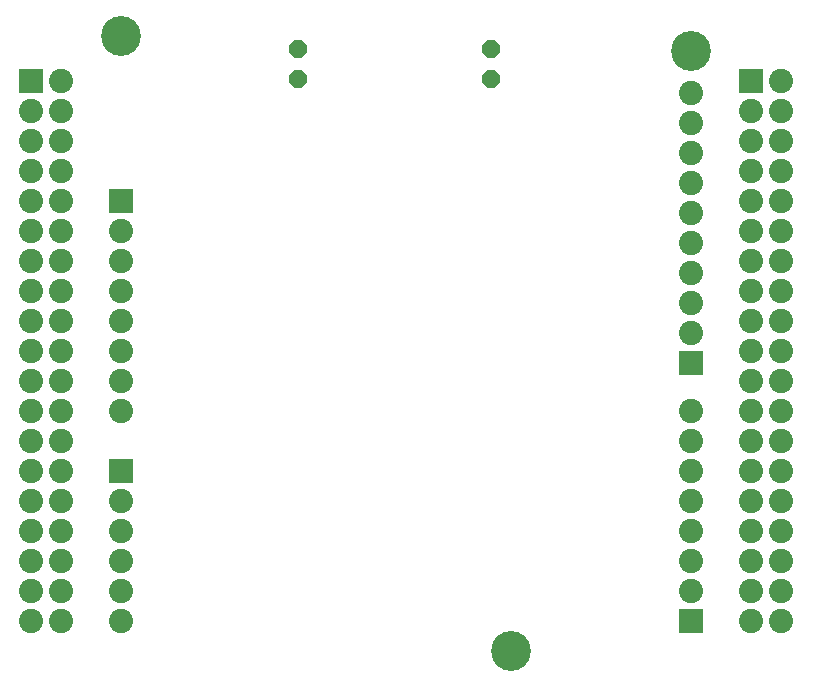
<source format=gbs>
G04 EAGLE Gerber RS-274X export*
G75*
%MOMM*%
%FSLAX34Y34*%
%LPD*%
%INSoldermask Bottom*%
%IPPOS*%
%AMOC8*
5,1,8,0,0,1.08239X$1,22.5*%
G01*
%ADD10R,2.053200X2.053200*%
%ADD11C,2.053200*%
%ADD12C,3.378200*%
%ADD13P,1.649562X8X292.500000*%


D10*
X121400Y182800D03*
D11*
X121400Y157400D03*
X121400Y132000D03*
X121400Y106600D03*
X121400Y81200D03*
X121400Y55800D03*
D10*
X121400Y411400D03*
D11*
X121400Y386000D03*
X121400Y360600D03*
X121400Y335200D03*
X121400Y309800D03*
X121400Y284400D03*
X121400Y259000D03*
X121400Y233600D03*
D10*
X45200Y513000D03*
D11*
X70600Y513000D03*
X45200Y487600D03*
X70600Y487600D03*
X45200Y462200D03*
X70600Y462200D03*
X45200Y436800D03*
X70600Y436800D03*
X45200Y411400D03*
X70600Y411400D03*
X45200Y386000D03*
X70600Y386000D03*
X45200Y360600D03*
X70600Y360600D03*
X45200Y335200D03*
X70600Y335200D03*
X45200Y309800D03*
X70600Y309800D03*
X45200Y284400D03*
X70600Y284400D03*
X45200Y259000D03*
X70600Y259000D03*
X45200Y233600D03*
X70600Y233600D03*
X45200Y208200D03*
X70600Y208200D03*
X45200Y182800D03*
X70600Y182800D03*
X45200Y157400D03*
X70600Y157400D03*
X45200Y132000D03*
X70600Y132000D03*
X45200Y106600D03*
X70600Y106600D03*
X45200Y81200D03*
X70600Y81200D03*
X45200Y55800D03*
X70600Y55800D03*
D10*
X604000Y274240D03*
D11*
X604000Y299640D03*
X604000Y325040D03*
X604000Y350440D03*
X604000Y375840D03*
X604000Y401240D03*
X604000Y426640D03*
X604000Y452040D03*
X604000Y477440D03*
X604000Y502840D03*
X604000Y106600D03*
X604000Y132000D03*
X604000Y157400D03*
X604000Y182800D03*
X604000Y208200D03*
X604000Y233600D03*
D10*
X604000Y55800D03*
D11*
X604000Y81200D03*
D10*
X654800Y512750D03*
D11*
X680200Y512750D03*
X654800Y487350D03*
X680200Y487350D03*
X654800Y461950D03*
X680200Y461950D03*
X654800Y436550D03*
X680200Y436550D03*
X654800Y411150D03*
X680200Y411150D03*
X654800Y385750D03*
X680200Y385750D03*
X654800Y360350D03*
X680200Y360350D03*
X654800Y334950D03*
X680200Y334950D03*
X654800Y309550D03*
X680200Y309550D03*
X654800Y284150D03*
X680200Y284150D03*
X654800Y258750D03*
X680200Y258750D03*
X654800Y233350D03*
X680200Y233350D03*
X654800Y207950D03*
X680200Y207950D03*
X654800Y182550D03*
X680200Y182550D03*
X654800Y157150D03*
X680200Y157150D03*
X654800Y131750D03*
X680200Y131750D03*
X654800Y106350D03*
X680200Y106350D03*
X654800Y80950D03*
X680200Y80950D03*
X654800Y55550D03*
X680200Y55550D03*
D12*
X604000Y538400D03*
X121400Y551100D03*
X451600Y30400D03*
D13*
X434100Y539850D03*
X434100Y514450D03*
X270750Y539750D03*
X270750Y514350D03*
M02*

</source>
